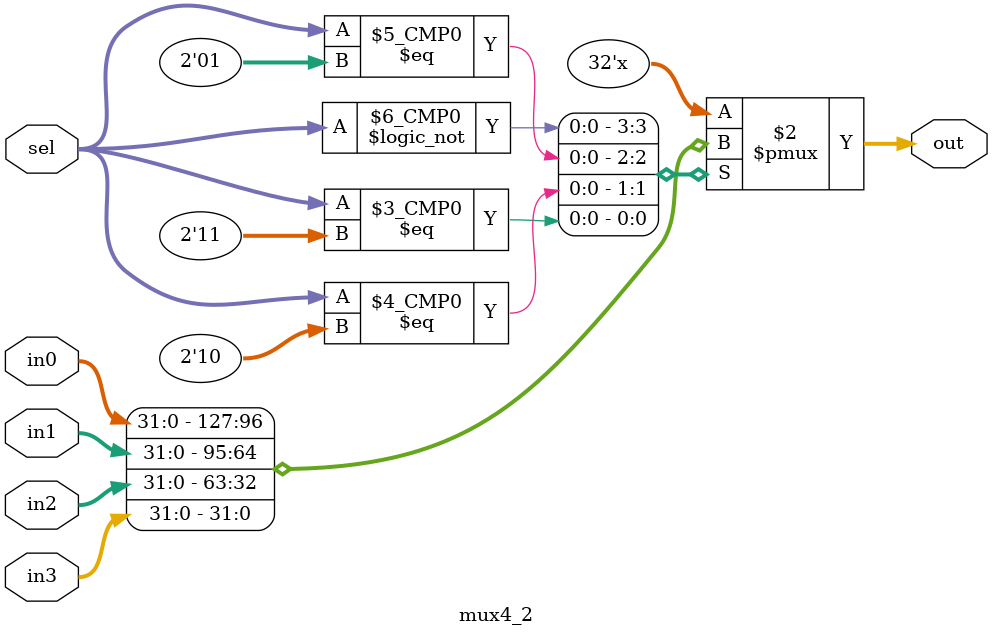
<source format=v>
module mux4_2 #(parameter WIDTH=32)
   (
    input [1:0] sel,
    input [WIDTH-1:0] in0,in1,in2,in3,
    output reg [WIDTH-1:0] out
    );
always @ (*)
  case (sel)
    2'b00: out = in0;
    2'b01: out = in1;
    2'b10: out = in2;
    2'b11: out = in3;
  endcase
endmodule
</source>
